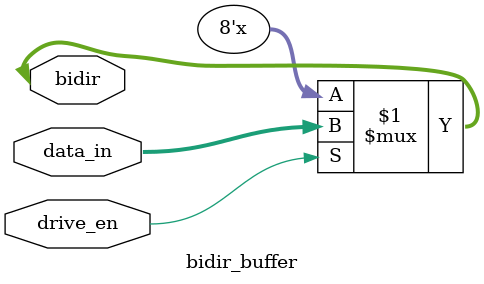
<source format=sv>
module bidirectional_mux (
    inout wire [7:0] port_a,         // Bidirectional port A
    inout wire [7:0] port_b,         // Bidirectional port B
    inout wire [7:0] common_port,    // Common bidirectional port
    input wire        direction,     // Data flow direction: 0=A->common, 1=B->common
    input wire        active,        // Active enable signal
    input wire        clk,           // Clock for pipelining
    input wire        rst_n          // Active low reset
);

    // Pipeline Stage 1: Capture and register input signals
    wire [7:0] port_a_in;
    wire [7:0] port_b_in;
    wire [7:0] common_port_in;

    assign port_a_in     = port_a;
    assign port_b_in     = port_b;
    assign common_port_in= common_port;

    // Stage 1 registers
    reg [7:0] port_a_stage1;
    reg [7:0] port_b_stage1;
    reg [7:0] common_port_stage1;
    reg       direction_stage1;
    reg       active_stage1;

    always @(posedge clk or negedge rst_n) begin
        if (!rst_n) begin
            port_a_stage1        <= 8'd0;
            port_b_stage1        <= 8'd0;
            common_port_stage1   <= 8'd0;
            direction_stage1     <= 1'b0;
            active_stage1        <= 1'b0;
        end else begin
            port_a_stage1        <= port_a_in;
            port_b_stage1        <= port_b_in;
            common_port_stage1   <= common_port_in;
            direction_stage1     <= direction;
            active_stage1        <= active;
        end
    end

    // Pipeline Stage 2: Control logic and data path selection
    wire a_drive_enable_stage2;
    wire b_drive_enable_stage2;
    wire common_drive_enable_stage2;

    mux_ctrl u_mux_ctrl (
        .direction           (direction_stage1),
        .active              (active_stage1),
        .a_drive_en          (a_drive_enable_stage2),
        .b_drive_en          (b_drive_enable_stage2),
        .common_drive_en     (common_drive_enable_stage2)
    );

    wire [7:0] mux_data_to_common_stage2;
    data_sel u_data_sel (
        .port_a              (port_a_stage1),
        .port_b              (port_b_stage1),
        .direction           (direction_stage1),
        .mux_to_common       (mux_data_to_common_stage2)
    );

    // Pipeline registers for stage 2 outputs
    reg [7:0] mux_data_to_common_stage3;
    reg [7:0] common_port_stage2;
    reg       a_drive_enable_stage3;
    reg       b_drive_enable_stage3;
    reg       common_drive_enable_stage3;

    always @(posedge clk or negedge rst_n) begin
        if (!rst_n) begin
            mux_data_to_common_stage3   <= 8'd0;
            common_port_stage2          <= 8'd0;
            a_drive_enable_stage3       <= 1'b0;
            b_drive_enable_stage3       <= 1'b0;
            common_drive_enable_stage3  <= 1'b0;
        end else begin
            mux_data_to_common_stage3   <= mux_data_to_common_stage2;
            common_port_stage2          <= common_port_stage1;
            a_drive_enable_stage3       <= a_drive_enable_stage2;
            b_drive_enable_stage3       <= b_drive_enable_stage2;
            common_drive_enable_stage3  <= common_drive_enable_stage2;
        end
    end

    // Stage 3: Structured bidirectional buffers for output driving
    bidir_buffer u_bidir_buf_a (
        .data_in        (common_port_stage2),
        .drive_en       (a_drive_enable_stage3),
        .bidir          (port_a)
    );

    bidir_buffer u_bidir_buf_b (
        .data_in        (common_port_stage2),
        .drive_en       (b_drive_enable_stage3),
        .bidir          (port_b)
    );

    bidir_buffer u_bidir_buf_common (
        .data_in        (mux_data_to_common_stage3),
        .drive_en       (common_drive_enable_stage3),
        .bidir          (common_port)
    );

endmodule

//-----------------------------------------------------------------------------
// mux_ctrl: Control logic for enable signals (1 pipeline stage delay)
//-----------------------------------------------------------------------------
module mux_ctrl (
    input  wire direction,           // Data flow direction
    input  wire active,              // Active enable
    output wire a_drive_en,          // Enable for driving port_a
    output wire b_drive_en,          // Enable for driving port_b
    output wire common_drive_en      // Enable for driving common_port
);
    assign a_drive_en      = active & ~direction;
    assign b_drive_en      = active &  direction;
    assign common_drive_en = active;
endmodule

//-----------------------------------------------------------------------------
// data_sel: Data selection logic for driving common_port (1 pipeline stage delay)
//-----------------------------------------------------------------------------
module data_sel (
    input  wire [7:0] port_a,        // Data from port_a
    input  wire [7:0] port_b,        // Data from port_b
    input  wire       direction,     // Direction select
    output wire [7:0] mux_to_common  // Data to drive on common_port
);
    assign mux_to_common = direction ? port_a : port_b;
endmodule

//-----------------------------------------------------------------------------
// bidir_buffer: Bidirectional buffer with tristate control
//-----------------------------------------------------------------------------
module bidir_buffer (
    input  wire [7:0] data_in,       // Data to drive onto bidir port
    input  wire       drive_en,      // Enable to drive data
    inout  wire [7:0] bidir          // Bidirectional port
);
    assign bidir = drive_en ? data_in : 8'bz;
endmodule
</source>
